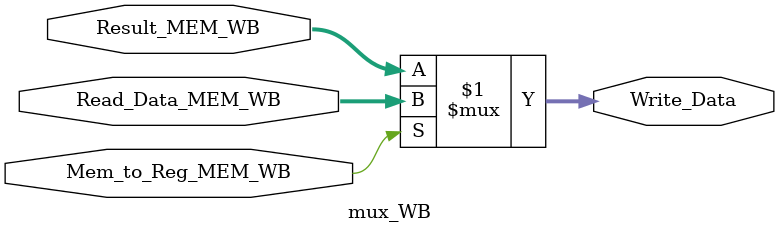
<source format=v>
/* verilator lint_off MULTITOP */
`timescale 1ns / 1ps

module mux_WB(
      input wire Mem_to_Reg_MEM_WB,
      input wire [31:0] Read_Data_MEM_WB,
      input wire [31:0] Result_MEM_WB,
      output wire [31:0] Write_Data
);
  assign  Write_Data = Mem_to_Reg_MEM_WB ? Read_Data_MEM_WB : Result_MEM_WB;
endmodule

</source>
